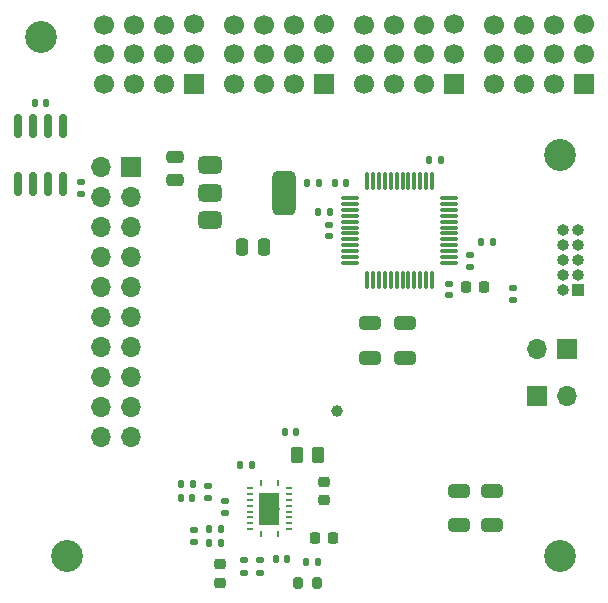
<source format=gbr>
%TF.GenerationSoftware,KiCad,Pcbnew,8.0.8*%
%TF.CreationDate,2025-03-05T15:18:31-05:00*%
%TF.ProjectId,V2.0,56322e30-2e6b-4696-9361-645f70636258,rev?*%
%TF.SameCoordinates,Original*%
%TF.FileFunction,Soldermask,Bot*%
%TF.FilePolarity,Negative*%
%FSLAX46Y46*%
G04 Gerber Fmt 4.6, Leading zero omitted, Abs format (unit mm)*
G04 Created by KiCad (PCBNEW 8.0.8) date 2025-03-05 15:18:31*
%MOMM*%
%LPD*%
G01*
G04 APERTURE LIST*
G04 Aperture macros list*
%AMRoundRect*
0 Rectangle with rounded corners*
0 $1 Rounding radius*
0 $2 $3 $4 $5 $6 $7 $8 $9 X,Y pos of 4 corners*
0 Add a 4 corners polygon primitive as box body*
4,1,4,$2,$3,$4,$5,$6,$7,$8,$9,$2,$3,0*
0 Add four circle primitives for the rounded corners*
1,1,$1+$1,$2,$3*
1,1,$1+$1,$4,$5*
1,1,$1+$1,$6,$7*
1,1,$1+$1,$8,$9*
0 Add four rect primitives between the rounded corners*
20,1,$1+$1,$2,$3,$4,$5,0*
20,1,$1+$1,$4,$5,$6,$7,0*
20,1,$1+$1,$6,$7,$8,$9,0*
20,1,$1+$1,$8,$9,$2,$3,0*%
G04 Aperture macros list end*
%ADD10RoundRect,0.135000X0.135000X0.185000X-0.135000X0.185000X-0.135000X-0.185000X0.135000X-0.185000X0*%
%ADD11RoundRect,0.135000X-0.185000X0.135000X-0.185000X-0.135000X0.185000X-0.135000X0.185000X0.135000X0*%
%ADD12C,1.000000*%
%ADD13R,1.700000X1.700000*%
%ADD14C,1.700000*%
%ADD15O,1.700000X1.700000*%
%ADD16C,2.700000*%
%ADD17O,1.000000X1.000000*%
%ADD18R,1.000000X1.000000*%
%ADD19RoundRect,0.135000X0.185000X-0.135000X0.185000X0.135000X-0.185000X0.135000X-0.185000X-0.135000X0*%
%ADD20RoundRect,0.225000X-0.225000X-0.250000X0.225000X-0.250000X0.225000X0.250000X-0.225000X0.250000X0*%
%ADD21RoundRect,0.140000X0.140000X0.170000X-0.140000X0.170000X-0.140000X-0.170000X0.140000X-0.170000X0*%
%ADD22RoundRect,0.140000X-0.170000X0.140000X-0.170000X-0.140000X0.170000X-0.140000X0.170000X0.140000X0*%
%ADD23RoundRect,0.225000X0.250000X-0.225000X0.250000X0.225000X-0.250000X0.225000X-0.250000X-0.225000X0*%
%ADD24RoundRect,0.135000X-0.135000X-0.185000X0.135000X-0.185000X0.135000X0.185000X-0.135000X0.185000X0*%
%ADD25RoundRect,0.150000X-0.150000X0.825000X-0.150000X-0.825000X0.150000X-0.825000X0.150000X0.825000X0*%
%ADD26RoundRect,0.250000X-0.650000X0.325000X-0.650000X-0.325000X0.650000X-0.325000X0.650000X0.325000X0*%
%ADD27RoundRect,0.140000X-0.140000X-0.170000X0.140000X-0.170000X0.140000X0.170000X-0.140000X0.170000X0*%
%ADD28RoundRect,0.375000X-0.625000X-0.375000X0.625000X-0.375000X0.625000X0.375000X-0.625000X0.375000X0*%
%ADD29RoundRect,0.500000X-0.500000X-1.400000X0.500000X-1.400000X0.500000X1.400000X-0.500000X1.400000X0*%
%ADD30C,0.499999*%
%ADD31R,1.699999X2.700000*%
%ADD32R,0.249999X0.599999*%
%ADD33R,0.599999X0.249999*%
%ADD34RoundRect,0.075000X0.075000X-0.662500X0.075000X0.662500X-0.075000X0.662500X-0.075000X-0.662500X0*%
%ADD35RoundRect,0.075000X0.662500X-0.075000X0.662500X0.075000X-0.662500X0.075000X-0.662500X-0.075000X0*%
%ADD36RoundRect,0.200000X0.200000X0.275000X-0.200000X0.275000X-0.200000X-0.275000X0.200000X-0.275000X0*%
%ADD37RoundRect,0.250000X0.650000X-0.325000X0.650000X0.325000X-0.650000X0.325000X-0.650000X-0.325000X0*%
%ADD38RoundRect,0.250000X-0.475000X0.250000X-0.475000X-0.250000X0.475000X-0.250000X0.475000X0.250000X0*%
%ADD39RoundRect,0.250000X-0.262500X-0.450000X0.262500X-0.450000X0.262500X0.450000X-0.262500X0.450000X0*%
%ADD40RoundRect,0.250000X0.250000X0.475000X-0.250000X0.475000X-0.250000X-0.475000X0.250000X-0.475000X0*%
%ADD41RoundRect,0.225000X0.225000X0.250000X-0.225000X0.250000X-0.225000X-0.250000X0.225000X-0.250000X0*%
%ADD42RoundRect,0.140000X0.170000X-0.140000X0.170000X0.140000X-0.170000X0.140000X-0.170000X-0.140000X0*%
G04 APERTURE END LIST*
D10*
%TO.C,R11*%
X140610000Y-51400000D03*
X139590000Y-51400000D03*
%TD*%
D11*
%TO.C,R10*%
X157000000Y-60290000D03*
X157000000Y-61310000D03*
%TD*%
D12*
%TO.C,TP18*%
X142100000Y-70700000D03*
%TD*%
D13*
%TO.C,J6*%
X163000000Y-43000000D03*
D14*
X163000000Y-40460000D03*
X163000000Y-37920000D03*
X160460000Y-43000000D03*
X160460000Y-40500000D03*
X160460000Y-38000000D03*
X157920000Y-43000000D03*
X157920000Y-40500000D03*
X157920000Y-38000000D03*
X155380000Y-43000000D03*
X155380000Y-40500000D03*
X155380000Y-38000000D03*
%TD*%
D13*
%TO.C,J7*%
X152000000Y-43000000D03*
D14*
X152000000Y-40460000D03*
X152000000Y-37920000D03*
X149460000Y-43000000D03*
X149460000Y-40500000D03*
X149460000Y-38000000D03*
X146920000Y-43000000D03*
X146920000Y-40500000D03*
X146920000Y-38000000D03*
X144380000Y-43000000D03*
X144380000Y-40500000D03*
X144380000Y-38000000D03*
%TD*%
D13*
%TO.C,J8*%
X141000000Y-43000000D03*
D14*
X141000000Y-40460000D03*
X141000000Y-37920000D03*
X138460000Y-43000000D03*
X138460000Y-40500000D03*
X138460000Y-38000000D03*
X135920000Y-43000000D03*
X135920000Y-40500000D03*
X135920000Y-38000000D03*
X133380000Y-43000000D03*
X133380000Y-40500000D03*
X133380000Y-38000000D03*
%TD*%
D13*
%TO.C,J9*%
X130000000Y-43000000D03*
D14*
X130000000Y-40460000D03*
X130000000Y-37920000D03*
X127460000Y-43000000D03*
X127460000Y-40500000D03*
X127460000Y-38000000D03*
X124920000Y-43000000D03*
X124920000Y-40500000D03*
X124920000Y-38000000D03*
X122380000Y-43000000D03*
X122380000Y-40500000D03*
X122380000Y-38000000D03*
%TD*%
D13*
%TO.C,J4*%
X124625000Y-50050000D03*
D15*
X122085000Y-50050000D03*
X124625000Y-52590000D03*
X122085000Y-52590000D03*
X124625000Y-55130000D03*
X122085000Y-55130000D03*
X124625000Y-57670000D03*
X122085000Y-57670000D03*
X124625000Y-60210000D03*
X122085000Y-60210000D03*
X124625000Y-62750000D03*
X122085000Y-62750000D03*
X124625000Y-65290000D03*
X122085000Y-65290000D03*
X124625000Y-67830000D03*
X122085000Y-67830000D03*
X124625000Y-70370000D03*
X122085000Y-70370000D03*
X124625000Y-72910000D03*
X122085000Y-72910000D03*
%TD*%
D16*
%TO.C,H1*%
X117000000Y-39000000D03*
%TD*%
D13*
%TO.C,J2*%
X161600000Y-65400000D03*
D15*
X159060000Y-65400000D03*
%TD*%
D13*
%TO.C,J1*%
X159000000Y-69400000D03*
D15*
X161540000Y-69400000D03*
%TD*%
D17*
%TO.C,J3*%
X161230000Y-55330000D03*
X162500000Y-55330000D03*
X161230000Y-56600000D03*
X162500000Y-56600000D03*
X161230000Y-57870000D03*
X162500000Y-57870000D03*
X161230000Y-59140000D03*
X162500000Y-59140000D03*
X161230000Y-60410000D03*
D18*
X162500000Y-60410000D03*
%TD*%
D16*
%TO.C,H4*%
X161000000Y-83000000D03*
%TD*%
%TO.C,H2*%
X161000000Y-49000000D03*
%TD*%
%TO.C,H3*%
X119200000Y-83000000D03*
%TD*%
D19*
%TO.C,RRT1*%
X134185000Y-84360001D03*
X134185000Y-83340001D03*
%TD*%
D20*
%TO.C,C1*%
X153025000Y-60200000D03*
X154575000Y-60200000D03*
%TD*%
D21*
%TO.C,Cilim1*%
X138665000Y-72450001D03*
X137705000Y-72450001D03*
%TD*%
%TO.C,Cvin1*%
X137865000Y-83250001D03*
X136905000Y-83250001D03*
%TD*%
%TO.C,C8*%
X141480000Y-53800000D03*
X140520000Y-53800000D03*
%TD*%
D11*
%TO.C,RUV2*%
X135585000Y-83340001D03*
X135585000Y-84360001D03*
%TD*%
D22*
%TO.C,C4*%
X151600000Y-59920000D03*
X151600000Y-60880000D03*
%TD*%
D21*
%TO.C,CC1*%
X132265000Y-81850001D03*
X131305000Y-81850001D03*
%TD*%
D23*
%TO.C,CSS1*%
X132185000Y-85225001D03*
X132185000Y-83675001D03*
%TD*%
D19*
%TO.C,RFB1*%
X131185000Y-78050001D03*
X131185000Y-77030001D03*
%TD*%
D24*
%TO.C,RC2*%
X128875000Y-76850001D03*
X129895000Y-76850001D03*
%TD*%
D10*
%TO.C,Rin1*%
X140495000Y-83450001D03*
X139475000Y-83450001D03*
%TD*%
D25*
%TO.C,U3*%
X115095000Y-46525000D03*
X116365000Y-46525000D03*
X117635000Y-46525000D03*
X118905000Y-46525000D03*
X118905000Y-51475000D03*
X117635000Y-51475000D03*
X116365000Y-51475000D03*
X115095000Y-51475000D03*
%TD*%
D22*
%TO.C,C5*%
X141400000Y-54920000D03*
X141400000Y-55880000D03*
%TD*%
D26*
%TO.C,COUT1*%
X144855000Y-63245000D03*
X144855000Y-66195000D03*
%TD*%
D27*
%TO.C,C6*%
X141920000Y-51400000D03*
X142880000Y-51400000D03*
%TD*%
D24*
%TO.C,R1*%
X154290000Y-56400000D03*
X155310000Y-56400000D03*
%TD*%
D28*
%TO.C,U4*%
X131350000Y-54500000D03*
X131350000Y-52200000D03*
D29*
X137650000Y-52200000D03*
D28*
X131350000Y-49900000D03*
%TD*%
D30*
%TO.C,U5*%
X136984999Y-78950001D03*
X136385000Y-80050001D03*
D31*
X136385000Y-78950001D03*
D30*
X136385000Y-77850001D03*
X135785001Y-78950001D03*
D32*
X137135001Y-81100002D03*
D33*
X138034999Y-80700003D03*
X138034999Y-80200001D03*
X138034999Y-79700002D03*
X138034999Y-79200003D03*
X138034999Y-78700001D03*
X138034999Y-78200003D03*
X138034999Y-77700001D03*
X138034999Y-77200002D03*
D32*
X137135001Y-76800000D03*
X135634999Y-76800000D03*
D33*
X134735001Y-77200002D03*
X134735001Y-77700001D03*
X134735001Y-78200000D03*
X134735001Y-78699999D03*
X134735001Y-79200001D03*
X134735001Y-79699999D03*
X134735001Y-80200001D03*
X134735001Y-80700000D03*
D32*
X135634999Y-81100002D03*
%TD*%
D34*
%TO.C,U1*%
X150150000Y-59562500D03*
X149650000Y-59562500D03*
X149150000Y-59562500D03*
X148650000Y-59562500D03*
X148150000Y-59562500D03*
X147650000Y-59562500D03*
X147150000Y-59562500D03*
X146650000Y-59562500D03*
X146150000Y-59562500D03*
X145650000Y-59562500D03*
X145150000Y-59562500D03*
X144650000Y-59562500D03*
D35*
X143237500Y-58150000D03*
X143237500Y-57650000D03*
X143237500Y-57150000D03*
X143237500Y-56650000D03*
X143237500Y-56150000D03*
X143237500Y-55650000D03*
X143237500Y-55150000D03*
X143237500Y-54650000D03*
X143237500Y-54150000D03*
X143237500Y-53650000D03*
X143237500Y-53150000D03*
X143237500Y-52650000D03*
D34*
X144650000Y-51237500D03*
X145150000Y-51237500D03*
X145650000Y-51237500D03*
X146150000Y-51237500D03*
X146650000Y-51237500D03*
X147150000Y-51237500D03*
X147650000Y-51237500D03*
X148150000Y-51237500D03*
X148650000Y-51237500D03*
X149150000Y-51237500D03*
X149650000Y-51237500D03*
X150150000Y-51237500D03*
D35*
X151562500Y-52650000D03*
X151562500Y-53150000D03*
X151562500Y-53650000D03*
X151562500Y-54150000D03*
X151562500Y-54650000D03*
X151562500Y-55150000D03*
X151562500Y-55650000D03*
X151562500Y-56150000D03*
X151562500Y-56650000D03*
X151562500Y-57150000D03*
X151562500Y-57650000D03*
X151562500Y-58150000D03*
%TD*%
D21*
%TO.C,CC3*%
X129865000Y-78050001D03*
X128905000Y-78050001D03*
%TD*%
D36*
%TO.C,RUV1*%
X140410000Y-85250001D03*
X138760000Y-85250001D03*
%TD*%
D37*
%TO.C,CIN4*%
X155200000Y-77420000D03*
X155200000Y-80370000D03*
%TD*%
D24*
%TO.C,RPGOOD1*%
X133875000Y-75250001D03*
X134895000Y-75250001D03*
%TD*%
D38*
%TO.C,C16*%
X128400000Y-49200000D03*
X128400000Y-51100000D03*
%TD*%
D39*
%TO.C,Rilim1*%
X138672500Y-74450001D03*
X140497500Y-74450001D03*
%TD*%
D19*
%TO.C,RC1*%
X129985000Y-81760001D03*
X129985000Y-80740001D03*
%TD*%
D11*
%TO.C,RFB2*%
X132585000Y-78340001D03*
X132585000Y-79360001D03*
%TD*%
D21*
%TO.C,C2*%
X150880000Y-49400000D03*
X149920000Y-49400000D03*
%TD*%
%TO.C,C14*%
X117480000Y-44600000D03*
X116520000Y-44600000D03*
%TD*%
D40*
%TO.C,C17*%
X135950000Y-56800000D03*
X134050000Y-56800000D03*
%TD*%
D37*
%TO.C,CIN3*%
X152455000Y-80370000D03*
X152455000Y-77420000D03*
%TD*%
D23*
%TO.C,CVcc1*%
X140985000Y-78225001D03*
X140985000Y-76675001D03*
%TD*%
D26*
%TO.C,COUT2*%
X147855000Y-63245000D03*
X147855000Y-66195000D03*
%TD*%
D41*
%TO.C,CBoot1*%
X141760000Y-81450001D03*
X140210000Y-81450001D03*
%TD*%
D21*
%TO.C,CC2*%
X132265000Y-80650001D03*
X131305000Y-80650001D03*
%TD*%
D22*
%TO.C,C15*%
X120400000Y-51320000D03*
X120400000Y-52280000D03*
%TD*%
D42*
%TO.C,C7*%
X153400000Y-58480000D03*
X153400000Y-57520000D03*
%TD*%
M02*

</source>
